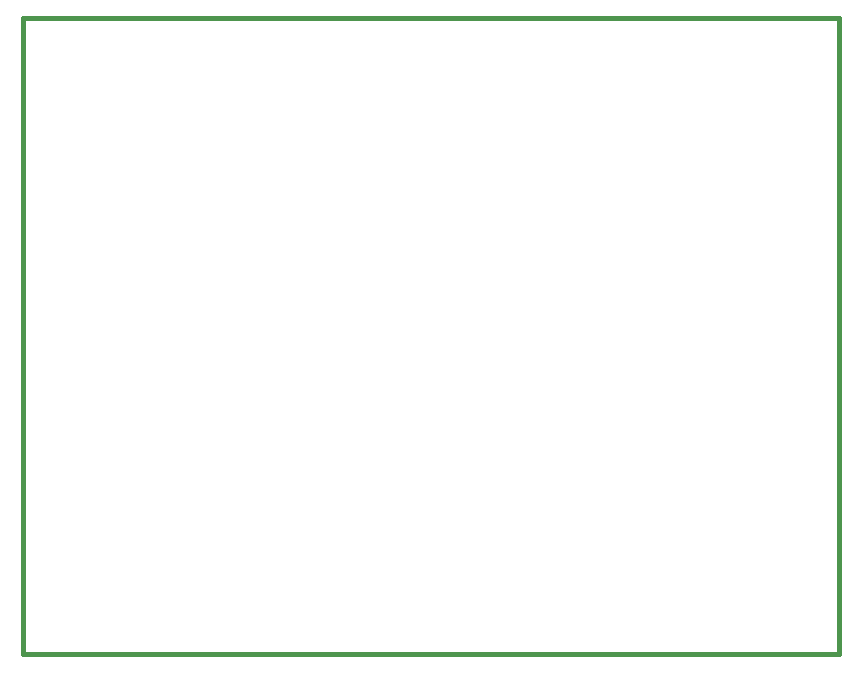
<source format=gm1>
G04 #@! TF.GenerationSoftware,KiCad,Pcbnew,(5.1.4-0-10_14)*
G04 #@! TF.CreationDate,2020-01-20T11:10:59-05:00*
G04 #@! TF.ProjectId,motor_controller,6d6f746f-725f-4636-9f6e-74726f6c6c65,rev?*
G04 #@! TF.SameCoordinates,Original*
G04 #@! TF.FileFunction,Profile,NP*
%FSLAX46Y46*%
G04 Gerber Fmt 4.6, Leading zero omitted, Abs format (unit mm)*
G04 Created by KiCad (PCBNEW (5.1.4-0-10_14)) date 2020-01-20 11:10:59*
%MOMM*%
%LPD*%
G04 APERTURE LIST*
%ADD10C,0.457200*%
G04 APERTURE END LIST*
D10*
X121158000Y-113792000D02*
X121158000Y-59944000D01*
X190246000Y-113792000D02*
X121158000Y-113792000D01*
X190246000Y-59944000D02*
X190246000Y-113792000D01*
X121158000Y-59944000D02*
X190246000Y-59944000D01*
M02*

</source>
